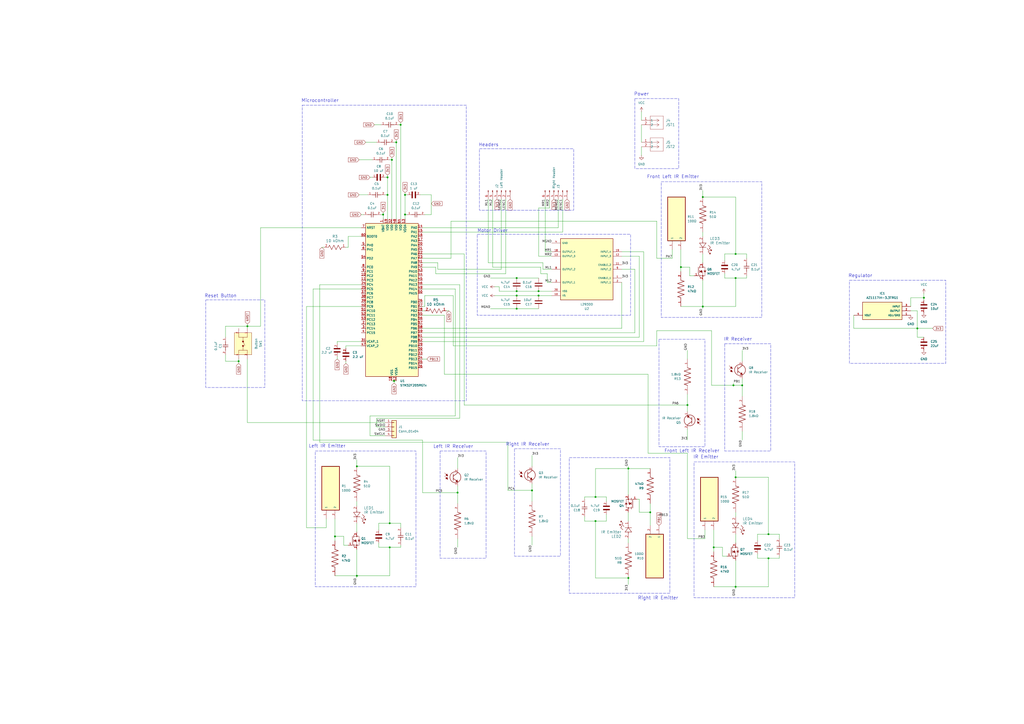
<source format=kicad_sch>
(kicad_sch (version 20250114) (generator "eeschema") (generator_version "9.0")
  (paper "A2")
  (rectangle (start 368.3 57.15) (end 393.7 97.79) (stroke (width 0) (type dash)))
  (rectangle (start 298.45 260.35) (end 325.12 322.58) (stroke (width 0) (type dash)))
  (rectangle (start 278.13 86.36) (end 332.74 121.92) (stroke (width 0) (type dash)))
  (rectangle (start 365.76 182.88) (end 276.86 135.89) (stroke (width 0) (type dash)))
  (rectangle (start 153.67 173.99) (end 119.38 224.79) (stroke (width 0) (type dash)))
  (rectangle (start 255.27 261.62) (end 281.94 323.85) (stroke (width 0) (type dash)))
  (rectangle (start 182.88 261.62) (end 241.3 340.36) (stroke (width 0) (type dash)))
  (rectangle (start 175.26 60.96) (end 270.51 232.41) (stroke (width 0) (type dash)))
  (rectangle (start 388.62 344.17) (end 330.2 265.43) (stroke (width 0) (type dash)))
  (rectangle (start 383.54 105.41) (end 441.96 184.15) (stroke (width 0) (type dash)))
  (rectangle (start 492.76 162.56) (end 548.64 210.82) (stroke (width 0) (type dash)))
  (rectangle (start 420.37 199.39) (end 447.04 261.62) (stroke (width 0) (type dash)))
  (rectangle (start 402.59 267.97) (end 461.01 346.71) (stroke (width 0) (type dash)))
  (rectangle (start 408.94 259.08) (end 382.27 196.85) (stroke (width 0) (type dash)))
  (text "Reset Button\n" (at 128.016 171.704 0) (effects (font (size 1.905 1.905))))
  (text "Front Left IR Emitter" (at 390.398 102.616 0) (effects (font (size 1.905 1.905))))
  (text "Front Left IR Receiver" (at 401.32 261.62 0) (effects (font (size 1.905 1.905))))
  (text "IR Emitter" (at 409.448 265.176 0) (effects (font (size 1.905 1.905))))
  (text "Right IR Receiver" (at 306.07 257.81 0) (effects (font (size 1.905 1.905))))
  (text "Left IR Receiver" (at 262.89 259.08 0) (effects (font (size 1.905 1.905))))
  (text "Regulator" (at 499.11 160.02 0) (effects (font (size 1.905 1.905))))
  (text "IR Receiver" (at 427.99 196.85 0) (effects (font (size 1.905 1.905))))
  (text "Left IR Emitter" (at 189.738 258.826 0) (effects (font (size 1.905 1.905))))
  (text "Motor Driver" (at 285.75 133.858 0) (effects (font (size 1.905 1.905))))
  (text "Right IR Emitter" (at 381.762 346.964 0) (effects (font (size 1.905 1.905))))
  (text "Microcontroller\n" (at 185.674 58.42 0) (effects (font (size 1.905 1.905))))
  (text "Power" (at 372.11 54.61 0) (effects (font (size 1.905 1.905))))
  (text "Headers" (at 283.464 84.074 0) (effects (font (size 1.905 1.905))))
  (junction (at 377.19 297.18))
  (junction (at 299.72 171.45))
  (junction (at 222.25 124.46))
  (junction (at 232.41 72.39))
  (junction (at 426.72 147.32))
  (junction (at 312.42 171.45))
  (junction (at 299.72 168.91))
  (junction (at 407.67 114.3))
  (junction (at 426.72 161.29))
  (junction (at 308.61 284.48))
  (junction (at 138.43 209.55))
  (junction (at 430.53 223.52))
  (junction (at 426.72 276.86))
  (junction (at 312.42 168.91))
  (junction (at 394.97 154.94))
  (junction (at 414.02 317.5))
  (junction (at 226.06 303.53))
  (junction (at 224.79 113.03))
  (junction (at 425.45 223.52))
  (junction (at 345.44 288.29))
  (junction (at 234.95 124.46))
  (junction (at 224.79 102.87))
  (junction (at 299.72 179.07))
  (junction (at 532.13 190.5))
  (junction (at 535.94 172.72))
  (junction (at 445.77 323.85))
  (junction (at 207.01 334.01))
  (junction (at 226.06 317.5))
  (junction (at 228.6 220.98))
  (junction (at 229.87 82.55))
  (junction (at 234.95 113.03))
  (junction (at 227.33 92.71))
  (junction (at 364.49 271.78))
  (junction (at 194.31 311.15))
  (junction (at 143.51 189.23))
  (junction (at 398.78 234.95))
  (junction (at 207.01 270.51))
  (junction (at 364.49 335.28))
  (junction (at 345.44 302.26))
  (junction (at 299.72 161.29))
  (junction (at 407.67 177.8))
  (junction (at 445.77 309.88))
  (junction (at 265.43 285.75))
  (junction (at 426.72 340.36))
  (wire (pts (xy 130.81 189.23) (xy 130.81 195.58)))
  (wire (pts (xy 189.23 306.07) (xy 189.23 300.99)))
  (wire (pts (xy 194.31 300.99) (xy 194.31 311.15)))
  (wire (pts (xy 285.75 154.94) (xy 285.75 115.57)))
  (wire (pts (xy 398.78 262.89) (xy 398.78 312.42)))
  (wire (pts (xy 250.19 113.03) (xy 243.84 113.03)))
  (wire (pts (xy 323.85 115.57) (xy 323.85 132.08)))
  (wire (pts (xy 290.83 156.21) (xy 254 156.21)))
  (wire (pts (xy 207.01 334.01) (xy 207.01 335.28)))
  (wire (pts (xy 495.3 190.5) (xy 532.13 190.5)))
  (wire (pts (xy 412.75 223.52) (xy 425.45 223.52)))
  (wire (pts (xy 326.39 134.62) (xy 245.11 134.62)))
  (wire (pts (xy 426.72 340.36) (xy 426.72 341.63)))
  (wire (pts (xy 425.45 223.52) (xy 430.53 223.52)))
  (wire (pts (xy 372.11 72.39) (xy 372.11 82.55)))
  (wire (pts (xy 265.43 281.94) (xy 265.43 285.75)))
  (wire (pts (xy 246.38 171.45) (xy 262.89 171.45)))
  (wire (pts (xy 226.06 317.5) (xy 232.41 317.5)))
  (wire (pts (xy 201.93 137.16) (xy 209.55 137.16)))
  (wire (pts (xy 339.09 302.26) (xy 339.09 299.72)))
  (wire (pts (xy 266.7 242.57) (xy 218.44 242.57)))
  (wire (pts (xy 227.33 91.44) (xy 227.33 92.71)))
  (wire (pts (xy 351.79 288.29) (xy 345.44 288.29)))
  (wire (pts (xy 245.11 165.1) (xy 266.7 165.1)))
  (wire (pts (xy 143.51 245.11) (xy 223.52 245.11)))
  (wire (pts (xy 218.44 247.65) (xy 223.52 247.65)))
  (wire (pts (xy 207.01 270.51) (xy 226.06 270.51)))
  (wire (pts (xy 252.73 154.94) (xy 252.73 158.75)))
  (wire (pts (xy 214.63 241.3) (xy 214.63 252.73)))
  (wire (pts (xy 420.37 161.29) (xy 426.72 161.29)))
  (wire (pts (xy 372.11 64.77) (xy 372.11 69.85)))
  (wire (pts (xy 138.43 209.55) (xy 138.43 208.28)))
  (wire (pts (xy 320.04 168.91) (xy 312.42 168.91)))
  (wire (pts (xy 245.11 180.34) (xy 246.38 180.34)))
  (wire (pts (xy 269.24 234.95) (xy 269.24 147.32)))
  (wire (pts (xy 245.11 285.75) (xy 265.43 285.75)))
  (wire (pts (xy 426.72 309.88) (xy 426.72 314.96)))
  (wire (pts (xy 323.85 132.08) (xy 245.11 132.08)))
  (wire (pts (xy 245.11 167.64) (xy 264.16 167.64)))
  (wire (pts (xy 222.25 123.19) (xy 222.25 124.46)))
  (wire (pts (xy 245.11 149.86) (xy 261.62 149.86)))
  (wire (pts (xy 220.98 124.46) (xy 222.25 124.46)))
  (wire (pts (xy 290.83 115.57) (xy 290.83 156.21)))
  (wire (pts (xy 232.41 317.5) (xy 232.41 316.23)))
  (wire (pts (xy 433.07 161.29) (xy 433.07 160.02)))
  (wire (pts (xy 177.8 177.8) (xy 209.55 177.8)))
  (wire (pts (xy 407.67 162.56) (xy 407.67 177.8)))
  (wire (pts (xy 177.8 177.8) (xy 177.8 306.07)))
  (wire (pts (xy 254 152.4) (xy 245.11 152.4)))
  (wire (pts (xy 293.37 158.75) (xy 293.37 115.57)))
  (wire (pts (xy 219.71 303.53) (xy 226.06 303.53)))
  (wire (pts (xy 226.06 303.53) (xy 232.41 303.53)))
  (wire (pts (xy 430.53 223.52) (xy 430.53 229.87)))
  (wire (pts (xy 224.79 101.6) (xy 224.79 102.87)))
  (wire (pts (xy 313.69 154.94) (xy 285.75 154.94)))
  (wire (pts (xy 223.52 113.03) (xy 224.79 113.03)))
  (wire (pts (xy 430.53 250.19) (xy 430.53 255.27)))
  (wire (pts (xy 439.42 321.31) (xy 439.42 323.85)))
  (wire (pts (xy 420.37 151.13) (xy 420.37 147.32)))
  (wire (pts (xy 345.44 302.26) (xy 339.09 302.26)))
  (wire (pts (xy 308.61 311.15) (xy 308.61 316.23)))
  (wire (pts (xy 308.61 280.67) (xy 308.61 284.48)))
  (wire (pts (xy 151.13 189.23) (xy 151.13 132.08)))
  (wire (pts (xy 245.11 285.75) (xy 245.11 255.27)))
  (wire (pts (xy 351.79 290.83) (xy 351.79 288.29)))
  (wire (pts (xy 265.43 285.75) (xy 265.43 292.1)))
  (wire (pts (xy 419.1 322.58) (xy 421.64 322.58)))
  (wire (pts (xy 245.11 177.8) (xy 246.38 177.8)))
  (wire (pts (xy 229.87 82.55) (xy 229.87 127)))
  (wire (pts (xy 375.92 217.17) (xy 375.92 262.89)))
  (wire (pts (xy 398.78 255.27) (xy 398.78 248.92)))
  (wire (pts (xy 360.68 190.5) (xy 360.68 163.83)))
  (wire (pts (xy 445.77 309.88) (xy 452.12 309.88)))
  (wire (pts (xy 364.49 271.78) (xy 364.49 270.51)))
  (wire (pts (xy 312.42 171.45) (xy 299.72 171.45)))
  (wire (pts (xy 209.55 198.12) (xy 195.58 198.12)))
  (wire (pts (xy 143.51 187.96) (xy 143.51 189.23)))
  (wire (pts (xy 373.38 198.12) (xy 245.11 198.12)))
  (wire (pts (xy 370.84 148.59) (xy 360.68 148.59)))
  (wire (pts (xy 425.45 223.52) (xy 425.45 222.25)))
  (wire (pts (xy 246.38 124.46) (xy 250.19 124.46)))
  (wire (pts (xy 420.37 158.75) (xy 420.37 161.29)))
  (wire (pts (xy 377.19 304.8) (xy 377.19 297.18)))
  (wire (pts (xy 207.01 303.53) (xy 207.01 308.61)))
  (wire (pts (xy 246.38 177.8) (xy 246.38 171.45)))
  (wire (pts (xy 314.96 152.4) (xy 314.96 156.21)))
  (wire (pts (xy 138.43 209.55) (xy 138.43 210.82)))
  (wire (pts (xy 185.42 165.1) (xy 209.55 165.1)))
  (wire (pts (xy 262.89 171.45) (xy 262.89 200.66)))
  (wire (pts (xy 370.84 289.56) (xy 369.57 289.56)))
  (wire (pts (xy 400.05 160.02) (xy 402.59 160.02)))
  (wire (pts (xy 130.81 209.55) (xy 138.43 209.55)))
  (wire (pts (xy 217.17 72.39) (xy 220.98 72.39)))
  (wire (pts (xy 414.02 307.34) (xy 414.02 317.5)))
  (wire (pts (xy 320.04 171.45) (xy 312.42 171.45)))
  (wire (pts (xy 299.72 161.29) (xy 284.48 161.29)))
  (wire (pts (xy 317.5 163.83) (xy 317.5 158.75)))
  (wire (pts (xy 426.72 325.12) (xy 426.72 340.36)))
  (wire (pts (xy 234.95 113.03) (xy 234.95 124.46)))
  (wire (pts (xy 430.53 219.71) (xy 430.53 223.52)))
  (wire (pts (xy 368.3 193.04) (xy 245.11 193.04)))
  (wire (pts (xy 381 191.77) (xy 412.75 191.77)))
  (wire (pts (xy 535.94 172.72) (xy 535.94 170.18)))
  (wire (pts (xy 412.75 191.77) (xy 412.75 223.52)))
  (wire (pts (xy 426.72 147.32) (xy 433.07 147.32)))
  (wire (pts (xy 377.19 297.18) (xy 370.84 297.18)))
  (wire (pts (xy 262.89 200.66) (xy 381 200.66)))
  (wire (pts (xy 231.14 72.39) (xy 232.41 72.39)))
  (wire (pts (xy 398.78 234.95) (xy 398.78 228.6)))
  (wire (pts (xy 209.55 124.46) (xy 210.82 124.46)))
  (wire (pts (xy 228.6 220.98) (xy 229.87 220.98)))
  (wire (pts (xy 495.3 182.88) (xy 495.3 190.5)))
  (wire (pts (xy 351.79 298.45) (xy 351.79 302.26)))
  (wire (pts (xy 294.64 284.48) (xy 308.61 284.48)))
  (wire (pts (xy 370.84 297.18) (xy 370.84 289.56)))
  (wire (pts (xy 351.79 302.26) (xy 345.44 302.26)))
  (wire (pts (xy 398.78 208.28) (xy 398.78 203.2)))
  (wire (pts (xy 318.77 120.65) (xy 318.77 115.57)))
  (wire (pts (xy 200.66 143.51) (xy 201.93 143.51)))
  (wire (pts (xy 445.77 323.85) (xy 452.12 323.85)))
  (wire (pts (xy 368.3 156.21) (xy 368.3 193.04)))
  (wire (pts (xy 370.84 195.58) (xy 370.84 148.59)))
  (wire (pts (xy 345.44 271.78) (xy 345.44 288.29)))
  (wire (pts (xy 326.39 115.57) (xy 326.39 134.62)))
  (wire (pts (xy 364.49 287.02) (xy 364.49 271.78)))
  (wire (pts (xy 207.01 290.83) (xy 207.01 293.37)))
  (wire (pts (xy 389.89 149.86) (xy 389.89 144.78)))
  (wire (pts (xy 232.41 71.12) (xy 232.41 72.39)))
  (wire (pts (xy 528.32 172.72) (xy 535.94 172.72)))
  (wire (pts (xy 232.41 72.39) (xy 232.41 127)))
  (wire (pts (xy 360.68 156.21) (xy 368.3 156.21)))
  (wire (pts (xy 226.06 270.51) (xy 226.06 303.53)))
  (wire (pts (xy 218.44 242.57) (xy 218.44 247.65)))
  (wire (pts (xy 452.12 323.85) (xy 452.12 322.58)))
  (wire (pts (xy 195.58 198.12) (xy 195.58 199.39)))
  (wire (pts (xy 320.04 148.59) (xy 312.42 148.59)))
  (wire (pts (xy 226.06 334.01) (xy 226.06 317.5)))
  (wire (pts (xy 227.33 92.71) (xy 227.33 127)))
  (wire (pts (xy 265.43 312.42) (xy 265.43 317.5)))
  (wire (pts (xy 439.42 309.88) (xy 445.77 309.88)))
  (wire (pts (xy 439.42 313.69) (xy 439.42 309.88)))
  (wire (pts (xy 381 128.27) (xy 381 149.86)))
  (wire (pts (xy 229.87 81.28) (xy 229.87 82.55)))
  (wire (pts (xy 532.13 190.5) (xy 541.02 190.5)))
  (wire (pts (xy 400.05 154.94) (xy 400.05 160.02)))
  (wire (pts (xy 345.44 335.28) (xy 345.44 302.26)))
  (wire (pts (xy 430.53 203.2) (xy 430.53 209.55)))
  (wire (pts (xy 364.49 271.78) (xy 345.44 271.78)))
  (wire (pts (xy 259.08 180.34) (xy 260.35 180.34)))
  (wire (pts (xy 245.11 182.88) (xy 257.81 182.88)))
  (wire (pts (xy 420.37 147.32) (xy 426.72 147.32)))
  (wire (pts (xy 535.94 172.72) (xy 535.94 173.99)))
  (wire (pts (xy 234.95 124.46) (xy 234.95 127)))
  (wire (pts (xy 269.24 147.32) (xy 245.11 147.32)))
  (wire (pts (xy 452.12 309.88) (xy 452.12 312.42)))
  (wire (pts (xy 289.56 168.91) (xy 289.56 166.37)))
  (wire (pts (xy 143.51 189.23) (xy 130.81 189.23)))
  (wire (pts (xy 313.69 158.75) (xy 317.5 158.75)))
  (wire (pts (xy 394.97 144.78) (xy 394.97 154.94)))
  (wire (pts (xy 407.67 114.3) (xy 426.72 114.3)))
  (wire (pts (xy 433.07 147.32) (xy 433.07 149.86)))
  (wire (pts (xy 314.96 156.21) (xy 320.04 156.21)))
  (wire (pts (xy 223.52 102.87) (xy 224.79 102.87)))
  (wire (pts (xy 308.61 264.16) (xy 308.61 270.51)))
  (wire (pts (xy 289.56 166.37) (xy 287.02 166.37)))
  (wire (pts (xy 364.49 314.96) (xy 364.49 312.42)))
  (wire (pts (xy 312.42 161.29) (xy 299.72 161.29)))
  (wire (pts (xy 214.63 102.87) (xy 215.9 102.87)))
  (wire (pts (xy 308.61 284.48) (xy 308.61 290.83)))
  (wire (pts (xy 299.72 179.07) (xy 284.48 179.07)))
  (wire (pts (xy 364.49 339.09) (xy 364.49 335.28)))
  (wire (pts (xy 207.01 266.7) (xy 207.01 270.51)))
  (wire (pts (xy 207.01 318.77) (xy 207.01 334.01)))
  (wire (pts (xy 224.79 113.03) (xy 224.79 127)))
  (wire (pts (xy 228.6 220.98) (xy 228.6 222.25)))
  (wire (pts (xy 212.09 82.55) (xy 218.44 82.55)))
  (wire (pts (xy 181.61 255.27) (xy 181.61 167.64)))
  (wire (pts (xy 250.19 113.03) (xy 250.19 124.46)))
  (wire (pts (xy 261.62 128.27) (xy 381 128.27)))
  (wire (pts (xy 320.04 163.83) (xy 317.5 163.83)))
  (wire (pts (xy 265.43 265.43) (xy 265.43 271.78)))
  (wire (pts (xy 372.11 85.09) (xy 372.11 90.17)))
  (wire (pts (xy 445.77 340.36) (xy 445.77 323.85)))
  (wire (pts (xy 261.62 149.86) (xy 261.62 128.27)))
  (wire (pts (xy 394.97 154.94) (xy 394.97 157.48)))
  (wire (pts (xy 345.44 288.29) (xy 339.09 288.29)))
  (wire (pts (xy 200.66 200.66) (xy 200.66 201.93)))
  (wire (pts (xy 407.67 177.8) (xy 426.72 177.8)))
  (wire (pts (xy 532.13 190.5) (xy 532.13 195.58)))
  (wire (pts (xy 528.32 180.34) (xy 532.13 180.34)))
  (wire (pts (xy 189.23 306.07) (xy 177.8 306.07)))
  (wire (pts (xy 151.13 132.08) (xy 209.55 132.08)))
  (wire (pts (xy 234.95 124.46) (xy 236.22 124.46)))
  (wire (pts (xy 414.02 340.36) (xy 426.72 340.36)))
  (wire (pts (xy 269.24 234.95) (xy 398.78 234.95)))
  (wire (pts (xy 185.42 256.54) (xy 185.42 165.1)))
  (wire (pts (xy 195.58 207.01) (xy 195.58 208.28)))
  (wire (pts (xy 245.11 208.28) (xy 247.65 208.28)))
  (wire (pts (xy 426.72 276.86) (xy 445.77 276.86)))
  (wire (pts (xy 313.69 154.94) (xy 313.69 158.75)))
  (wire (pts (xy 200.66 209.55) (xy 200.66 210.82)))
  (wire (pts (xy 426.72 114.3) (xy 426.72 147.32)))
  (wire (pts (xy 439.42 323.85) (xy 445.77 323.85)))
  (wire (pts (xy 143.51 208.28) (xy 143.51 245.11)))
  (wire (pts (xy 199.39 316.23) (xy 201.93 316.23)))
  (wire (pts (xy 419.1 317.5) (xy 419.1 322.58)))
  (wire (pts (xy 208.28 92.71) (xy 215.9 92.71)))
  (wire (pts (xy 414.02 317.5) (xy 419.1 317.5)))
  (wire (pts (xy 214.63 252.73) (xy 223.52 252.73)))
  (wire (pts (xy 257.81 217.17) (xy 375.92 217.17)))
  (wire (pts (xy 245.11 255.27) (xy 181.61 255.27)))
  (wire (pts (xy 528.32 177.8) (xy 528.32 172.72)))
  (wire (pts (xy 445.77 276.86) (xy 445.77 309.88)))
  (wire (pts (xy 375.92 262.89) (xy 398.78 262.89)))
  (wire (pts (xy 414.02 317.5) (xy 414.02 320.04)))
  (wire (pts (xy 208.28 113.03) (xy 213.36 113.03)))
  (wire (pts (xy 381 149.86) (xy 389.89 149.86)))
  (wire (pts (xy 364.49 302.26) (xy 364.49 297.18)))
  (wire (pts (xy 199.39 311.15) (xy 199.39 316.23)))
  (wire (pts (xy 245.11 190.5) (xy 360.68 190.5)))
  (wire (pts (xy 426.72 297.18) (xy 426.72 299.72)))
  (wire (pts (xy 245.11 195.58) (xy 370.84 195.58)))
  (wire (pts (xy 254 156.21) (xy 254 152.4)))
  (wire (pts (xy 299.72 171.45) (xy 287.02 171.45)))
  (wire (pts (xy 143.51 189.23) (xy 143.51 190.5)))
  (wire (pts (xy 224.79 102.87) (xy 224.79 113.03)))
  (wire (pts (xy 201.93 143.51) (xy 201.93 137.16)))
  (wire (pts (xy 426.72 273.05) (xy 426.72 276.86)))
  (wire (pts (xy 181.61 167.64) (xy 209.55 167.64)))
  (wire (pts (xy 407.67 110.49) (xy 407.67 114.3)))
  (wire (pts (xy 245.11 154.94) (xy 252.73 154.94)))
  (wire (pts (xy 252.73 158.75) (xy 293.37 158.75)))
  (wire (pts (xy 234.95 113.03) (xy 236.22 113.03)))
  (wire (pts (xy 186.69 143.51) (xy 187.96 143.51)))
  (wire (pts (xy 360.68 146.05) (xy 373.38 146.05)))
  (wire (pts (xy 312.42 179.07) (xy 299.72 179.07)))
  (wire (pts (xy 312.42 148.59) (xy 312.42 120.65)))
  (wire (pts (xy 294.64 284.48) (xy 294.64 256.54)))
  (wire (pts (xy 207.01 334.01) (xy 226.06 334.01)))
  (wire (pts (xy 426.72 161.29) (xy 433.07 161.29)))
  (wire (pts (xy 209.55 200.66) (xy 200.66 200.66)))
  (wire (pts (xy 408.94 312.42) (xy 408.94 307.34)))
  (wire (pts (xy 194.31 334.01) (xy 207.01 334.01)))
  (wire (pts (xy 364.49 335.28) (xy 345.44 335.28)))
  (wire (pts (xy 339.09 288.29) (xy 339.09 289.56)))
  (wire (pts (xy 234.95 111.76) (xy 234.95 113.03)))
  (wire (pts (xy 314.96 152.4) (xy 283.21 152.4)))
  (wire (pts (xy 426.72 177.8) (xy 426.72 161.29)))
  (wire (pts (xy 194.31 311.15) (xy 194.31 313.69)))
  (wire (pts (xy 320.04 146.05) (xy 316.23 146.05)))
  (wire (pts (xy 283.21 152.4) (xy 283.21 115.57)))
  (wire (pts (xy 377.19 297.18) (xy 377.19 292.1)))
  (wire (pts (xy 257.81 182.88) (xy 257.81 217.17)))
  (wire (pts (xy 264.16 167.64) (xy 264.16 241.3)))
  (wire (pts (xy 294.64 256.54) (xy 185.42 256.54)))
  (wire (pts (xy 394.97 154.94) (xy 400.05 154.94)))
  (wire (pts (xy 266.7 165.1) (xy 266.7 242.57)))
  (wire (pts (xy 398.78 312.42) (xy 408.94 312.42)))
  (wire (pts (xy 194.31 311.15) (xy 199.39 311.15)))
  (wire (pts (xy 377.19 271.78) (xy 364.49 271.78)))
  (wire (pts (xy 299.72 168.91) (xy 289.56 168.91)))
  (wire (pts (xy 227.33 220.98) (xy 228.6 220.98)))
  (wire (pts (xy 222.25 124.46) (xy 222.25 127)))
  (wire (pts (xy 226.06 92.71) (xy 227.33 92.71)))
  (wire (pts (xy 130.81 205.74) (xy 130.81 209.55)))
  (wire (pts (xy 381 200.66) (xy 381 191.77)))
  (wire (pts (xy 219.71 307.34) (xy 219.71 303.53)))
  (wire (pts (xy 316.23 146.05) (xy 316.23 115.57)))
  (wire (pts (xy 398.78 238.76) (xy 398.78 234.95)))
  (wire (pts (xy 312.42 120.65) (xy 318.77 120.65)))
  (wire (pts (xy 373.38 146.05) (xy 373.38 198.12)))
  (wire (pts (xy 407.67 177.8) (xy 407.67 179.07)))
  (wire (pts (xy 143.51 189.23) (xy 151.13 189.23)))
  (wire (pts (xy 228.6 82.55) (xy 229.87 82.55)))
  (wire (pts (xy 264.16 241.3) (xy 214.63 241.3)))
  (wire (pts (xy 532.13 180.34) (xy 532.13 190.5)))
  (wire (pts (xy 426.72 340.36) (xy 445.77 340.36)))
  (wire (pts (xy 312.42 168.91) (xy 299.72 168.91)))
  (wire (pts (xy 232.41 303.53) (xy 232.41 306.07)))
  (wire (pts (xy 219.71 314.96) (xy 219.71 317.5)))
  (wire (pts (xy 219.71 317.5) (xy 226.06 317.5)))
  (wire (pts (xy 394.97 177.8) (xy 407.67 177.8)))
  (wire (pts (xy 407.67 134.62) (xy 407.67 137.16)))
  (wire (pts (xy 407.67 147.32) (xy 407.67 152.4)))
  (wire (pts (xy 532.13 195.58) (xy 535.94 195.58)))
  (label "MGND" (at 284.48 179.07 180))
  (label "MR2" (at 318.77 115.57 270))
  (label "MR1" (at 316.23 115.57 270))
  (label "ML2" (at 320.04 163.83 180))
  (label "SWDIO" (at 223.52 247.65 180))
  (label "PB3" (at 408.94 312.42 180))
  (label "LENC1" (at 293.37 115.57 270))
  (label "PC4" (at 294.64 284.48 0))
  (label "ML1" (at 283.21 115.57 270))
  (label "PA6" (at 393.7 234.95 180))
  (label "NSRT" (at 223.52 245.11 180))
  (label "3V3" (at 265.43 265.43 0))
  (label "3V3" (at 360.68 161.29 0))
  (label "PB13" (at 382.27 299.72 0))
  (label "RENC2" (at 323.85 115.57 270))
  (label "3V3" (at 207.01 266.7 90))
  (label "3V3" (at 426.72 273.05 90))
  (label "RENC1" (at 326.39 115.57 270))
  (label "GND" (at 398.78 203.2 90))
  (label "3V3" (at 407.67 110.49 90))
  (label "GND" (at 284.48 161.29 180))
  (label "MR1" (at 320.04 146.05 180))
  (label "GND" (at 207.01 335.28 270))
  (label "GND" (at 265.43 317.5 270))
  (label "LENC2" (at 290.83 115.57 270))
  (label "MR2" (at 320.04 148.59 180))
  (label "3V3" (at 360.68 153.67 0))
  (label "MGND" (at 320.04 140.97 180))
  (label "PC5" (at 252.73 285.75 0))
  (label "GND" (at 364.49 270.51 90))
  (label "GND" (at 223.52 250.19 180))
  (label "ML1" (at 320.04 156.21 180))
  (label "3V3" (at 398.78 255.27 180))
  (label "GND" (at 407.67 179.07 270))
  (label "SWCLK" (at 223.52 252.73 180))
  (label "GND" (at 430.53 255.27 270))
  (label "ML2" (at 285.75 115.57 270))
  (label "GND" (at 308.61 316.23 270))
  (label "3V3" (at 430.53 203.2 0))
  (label "3V3" (at 308.61 264.16 0))
  (label "GND" (at 426.72 341.63 270))
  (label "PA7" (at 389.89 149.86 180))
  (label "3V3" (at 364.49 339.09 270))
  (label "PB1" (at 425.45 222.25 0))
  (global_label "GND" (shape input) (at 295.91 115.57 270) (property "Intersheetrefs" "${INTERSHEET_REFS}" (effects (hide yes))))
  (global_label "3V3" (shape input) (at 227.33 91.44 90) (property "Intersheetrefs" "${INTERSHEET_REFS}" (effects (hide yes))))
  (global_label "GND" (shape input) (at 208.28 92.71 180) (property "Intersheetrefs" "${INTERSHEET_REFS}" (effects (hide yes))))
  (global_label "GND" (shape input) (at 328.93 115.57 270) (property "Intersheetrefs" "${INTERSHEET_REFS}" (effects (hide yes))))
  (global_label "GND" (shape input) (at 138.43 210.82 270) (property "Intersheetrefs" "${INTERSHEET_REFS}" (effects (hide yes))))
  (global_label "GND" (shape input) (at 200.66 210.82 270) (property "Intersheetrefs" "${INTERSHEET_REFS}" (effects (hide yes))))
  (global_label "3V3" (shape input) (at 224.79 101.6 90) (property "Intersheetrefs" "${INTERSHEET_REFS}" (effects (hide yes))))
  (global_label "GND" (shape input) (at 186.69 143.51 270) (property "Intersheetrefs" "${INTERSHEET_REFS}" (effects (hide yes))))
  (global_label "3V3" (shape input) (at 234.95 111.76 90) (property "Intersheetrefs" "${INTERSHEET_REFS}" (effects (hide yes))))
  (global_label "GND" (shape input) (at 209.55 124.46 180) (property "Intersheetrefs" "${INTERSHEET_REFS}" (effects (hide yes))))
  (global_label "GND" (shape input) (at 260.35 180.34 270) (property "Intersheetrefs" "${INTERSHEET_REFS}" (effects (hide yes))))
  (global_label "3V3" (shape input) (at 229.87 81.28 90) (property "Intersheetrefs" "${INTERSHEET_REFS}" (effects (hide yes))))
  (global_label "GND" (shape input) (at 217.17 72.39 180) (property "Intersheetrefs" "${INTERSHEET_REFS}" (effects (hide yes))))
  (global_label "3V3" (shape input) (at 222.25 123.19 90) (property "Intersheetrefs" "${INTERSHEET_REFS}" (effects (hide yes))))
  (global_label "GND" (shape input) (at 228.6 222.25 270) (property "Intersheetrefs" "${INTERSHEET_REFS}" (effects (hide yes))))
  (global_label "GND" (shape input) (at 250.19 118.11 0) (property "Intersheetrefs" "${INTERSHEET_REFS}" (effects (hide yes))))
  (global_label "3V3" (shape input) (at 541.02 190.5 0) (property "Intersheetrefs" "${INTERSHEET_REFS}" (effects (hide yes))))
  (global_label "3V3" (shape input) (at 321.31 115.57 270) (property "Intersheetrefs" "${INTERSHEET_REFS}" (effects (hide yes))))
  (global_label "3V3" (shape input) (at 232.41 71.12 90) (property "Intersheetrefs" "${INTERSHEET_REFS}" (effects (hide yes))))
  (global_label "NRST" (shape input) (at 143.51 187.96 90) (property "Intersheetrefs" "${INTERSHEET_REFS}" (effects (hide yes))))
  (global_label "PB13" (shape input) (at 247.65 208.28 0) (property "Intersheetrefs" "${INTERSHEET_REFS}" (effects (hide yes))))
  (global_label "GND" (shape input) (at 195.58 208.28 270) (property "Intersheetrefs" "${INTERSHEET_REFS}" (effects (hide yes))))
  (global_label "PB13" (shape input) (at 382.27 304.8 90) (property "Intersheetrefs" "${INTERSHEET_REFS}" (effects (hide yes))))
  (global_label "GND" (shape input) (at 214.63 102.87 180) (property "Intersheetrefs" "${INTERSHEET_REFS}" (effects (hide yes))))
  (global_label "GND" (shape input) (at 212.09 82.55 180) (property "Intersheetrefs" "${INTERSHEET_REFS}" (effects (hide yes))))
  (global_label "GND" (shape input) (at 208.28 113.03 180) (property "Intersheetrefs" "${INTERSHEET_REFS}" (effects (hide yes))))
  (global_label "3V3" (shape input) (at 288.29 115.57 270) (property "Intersheetrefs" "${INTERSHEET_REFS}" (effects (hide yes))))
  (symbol (lib_id "LED_IR_Emitter_INL-5AMIR15:INL-5AMIR15") (at 364.49 312.42 90) (unit 1)
    (property "Reference" "LED2" (at 360.426 311.15 90) (effects (font (size 1.524 1.524)) (justify left)))
    (property "Value" "IR Emitter" (at 360.426 308.61 90) (effects (font (size 1.524 1.524)) (justify left)))
    (property "Footprint" "INL-5AMIR15:LED_INL-5AMIR15_INO" (effects (hide yes)))
    (property "Datasheet" "INL-5AMIR15" (effects (hide yes)))
  )
  (symbol (lib_id "Device:C") (at 299.72 175.26 180) (unit 1)
    (property "Reference" "C15" (at 295.91 176.5301 0) (effects (justify left)))
    (property "Value" "4.7uF" (at 295.91 173.9901 0) (effects (justify left)))
    (property "Description" "Unpolarized capacitor" (effects (hide yes)))
  )
  (symbol (lib_id "Button_FSM4JSMA:FSM4JSMA") (at 140.97 200.66 270) (unit 1)
    (property "Reference" "SW1" (at 151.13 199.39 0))
    (property "Value" "Button" (at 148.59 199.39 0))
    (property "Footprint" "Button_FP_FSM4JSMA:TE_FSM4JSMA" (effects (hide yes)))
    (property "PARTREV" "V" (effects (hide yes)))
    (property "STANDARD" "Manufacturers  recommendations" (effects (hide yes)))
    (property "MANUFACTURER" "TE Connectivity / Alcoswitch" (effects (hide yes)))
  )
  (symbol (lib_id "Capacitor0.1u_C0805C104K5RACTU:C0805C104K5RACTU") (at 128.27 195.58 0) (unit 1)
    (property "Reference" "C1" (at 127.762 200.66 90))
    (property "Value" "0.1uF" (at 125.222 200.66 90))
    (property "Footprint" "C0805C104K5RACTU:CAPC2012X88N" (effects (hide yes)))
  )
  (symbol (lib_id "10uF_Capacitor_GRM188R61C106MAALD:GRM188R61C106MAALD") (at 200.66 207.01 90) (unit 1)
    (property "Reference" "C3" (at 204.47 204.4699 90) (effects (justify right)))
    (property "Value" "2.2 uF" (at 204.47 207.0099 90) (effects (justify right)))
    (property "Footprint" "10uF_Capacitor_FP_GRM188R61C106MAALD:CAPC1608X95N" (effects (hide yes)))
  )
  (symbol (lib_id "MCU_ST_STM32F2:STM32F205RGTx") (at 227.33 175.26 0) (unit 1)
    (property "Reference" "U1" (at 232.0641 220.98 0) (effects (justify left)))
    (property "Value" "STM32F205RGTx" (at 232.0641 223.52 0) (effects (justify left)))
    (property "Footprint" "Package_QFP:LQFP-64_10x10mm_P0.5mm" (effects (hide yes)))
    (property "Datasheet" "https://www.st.com/resource/en/datasheet/stm32f205rg.pdf" (effects (hide yes)))
    (property "Description" "STMicroelectronics Arm Cortex-M3 MCU, 1024KB flash, 128KB RAM, 120 MHz, 1.8-3.6V, 51 GPIO, LQFP64" (effects (hide yes)))
  )
  (symbol (lib_id "Resistor51_RC0805FR-0751RL:RC0805FR-0751RL") (at 207.01 280.67 90) (unit 1)
    (property "Reference" "R4" (at 210.82 279.3999 90) (effects (justify right)))
    (property "Value" "51Ω" (at 210.82 281.9399 90) (effects (justify right)))
    (property "Footprint" "RC0805FR-0751RL:RESC2012X60N" (effects (hide yes)))
  )
  (symbol (lib_id "Capacitor0.1u_C0805C104K5RACTU:C0805C104K5RACTU") (at 234.95 316.23 180) (unit 1)
    (property "Reference" "C11" (at 234.95 309.8799 0) (effects (justify right)))
    (property "Value" "0.1uF" (at 234.95 312.4199 0) (effects (justify right)))
    (property "Footprint" "C0805C104K5RACTU:CAPC2012X88N" (effects (hide yes)))
  )
  (symbol (lib_id "Resistor100_ERA-6AEB101V:ERA-6AEB101V") (at 411.48 289.56 90) (unit 1)
    (property "Reference" "R15" (at 417.83 288.2899 90) (effects (justify right)))
    (property "Value" "100Ω" (at 417.83 290.8299 90) (effects (justify right)))
    (property "Footprint" "ERA-6AEB101V:RESC2012X60N" (effects (hide yes)))
  )
  (symbol (lib_id "Connector:Conn_01x06_Pin") (at 323.85 110.49 270) (unit 1)
    (property "Reference" "J3" (at 323.85 108.204 0))
    (property "Value" "Right Header" (at 321.31 103.124 0))
    (property "Description" "Generic connector, single row, 01x06, script generated" (effects (hide yes)))
  )
  (symbol (lib_id "Resistor47k_ERA_6AEB473V:ERA6AEB473V") (at 194.31 323.85 90) (unit 1)
    (property "Reference" "R2" (at 198.12 322.5799 90) (effects (justify right)))
    (property "Value" "47kΩ" (at 198.12 325.1199 90) (effects (justify right)))
    (property "Footprint" "ERA6AEB473V:RES_ERA6AEB473V" (effects (hide yes)))
    (property "PARTREV" "3/1/2020" (effects (hide yes)))
    (property "STANDARD" "Manufacturer Recommendations" (effects (hide yes)))
    (property "MAXIMUM_PACKAGE_HEIGHT" "0.6 mm" (effects (hide yes)))
    (property "MANUFACTURER" "Panasonic" (effects (hide yes)))
  )
  (symbol (lib_id "Capacitor0.1u_C0805C104K5RACTU:C0805C104K5RACTU") (at 336.55 289.56 0) (unit 1)
    (property "Reference" "C18" (at 336.55 295.9101 0) (effects (justify right)))
    (property "Value" "0.1uF" (at 336.55 293.3701 0) (effects (justify right)))
    (property "Footprint" "C0805C104K5RACTU:CAPC2012X88N" (effects (hide yes)))
  )
  (symbol (lib_id "LED_IR_Emitter_INL-5AMIR15:INL-5AMIR15") (at 407.67 137.16 270) (unit 1)
    (property "Reference" "LED3" (at 411.734 138.43 90) (effects (font (size 1.524 1.524)) (justify left)))
    (property "Value" "IR Emitter" (at 411.734 140.97 90) (effects (font (size 1.524 1.524)) (justify left)))
    (property "Footprint" "INL-5AMIR15:LED_INL-5AMIR15_INO" (effects (hide yes)))
    (property "Datasheet" "INL-5AMIR15" (effects (hide yes)))
  )
  (symbol (lib_id "Capacitor4.7u_C2012X7R1C475K125AE:C2012X7R1C475K125AE") (at 219.71 309.88 270) (unit 1)
    (property "Reference" "C9" (at 223.52 309.8799 90) (effects (justify left)))
    (property "Value" "4.7uF" (at 223.52 312.4199 90) (effects (justify left)))
    (property "Footprint" "C2012X7R1C475K125AE:CAPC2012X150N" (effects (hide yes)))
    (property "DigiKey_Part_Number" "445-8893-1-ND" (effects (hide yes)))
    (property "SnapEDA_Link" "https://www.snapeda.com/parts/C2012X7R1C475K125AE/TDK/view-part/?ref=snap" (effects (hide yes)))
    (property "Description_1" "4.7 µF ±10% 16V Ceramic Capacitor X7R 0805 (2012 Metric)" (effects (hide yes)))
    (property "MF" "TDK" (effects (hide yes)))
    (property "Package" "2012 TDK" (effects (hide yes)))
    (property "Check_prices" "https://www.snapeda.com/parts/C2012X7R1C475K125AE/TDK/view-part/?ref=eda" (effects (hide yes)))
    (property "MP" "C2012X7R1C475K125AE" (effects (hide yes)))
  )
  (symbol (lib_id "LED_IR_Emitter_INL-5AMIR15:INL-5AMIR15") (at 207.01 293.37 270) (unit 1)
    (property "Reference" "LED1" (at 211.074 294.64 90) (effects (font (size 1.524 1.524)) (justify left)))
    (property "Value" "IR Emitter" (at 211.074 297.18 90) (effects (font (size 1.524 1.524)) (justify left)))
    (property "Footprint" "INL-5AMIR15:LED_INL-5AMIR15_INO" (effects (hide yes)))
    (property "Datasheet" "INL-5AMIR15" (effects (hide yes)))
  )
  (symbol (lib_id "Device:C") (at 312.42 165.1 180) (unit 1)
    (property "Reference" "C16" (at 308.61 166.3701 0) (effects (justify left)))
    (property "Value" "0.1uF" (at 308.61 163.8301 0) (effects (justify left)))
    (property "Description" "Unpolarized capacitor" (effects (hide yes)))
  )
  (symbol (lib_id "51Ohm_Resistor:RK73B1JTTD510J") (at 259.08 180.34 180) (unit 1)
    (property "Reference" "R5" (at 252.73 173.99 0) (effects (font (size 1.524 1.524))))
    (property "Value" "10 kOhm" (at 252.73 176.53 0) (effects (font (size 1.524 1.524))))
    (property "Footprint" "51Ohm_Resistor_FP:RES_RK73B_1J_KOA" (effects (hide yes)))
    (property "Datasheet" "RK73B1JTTD510J" (effects (hide yes)))
  )
  (symbol (lib_id "10uF_Capacitor_GRM188R61C106MAALD:GRM188R61C106MAALD") (at 238.76 113.03 0) (unit 1)
    (property "Reference" "C13" (at 240.03 106.68 0))
    (property "Value" "1 uF" (at 240.03 109.22 0))
    (property "Footprint" "10uF_Capacitor_FP_GRM188R61C106MAALD:CAPC1608X95N" (effects (hide yes)))
  )
  (symbol (lib_id "Resistor47k_ERA_6AEB473V:ERA6AEB473V") (at 394.97 167.64 90) (unit 1)
    (property "Reference" "R12" (at 398.78 166.3699 90) (effects (justify right)))
    (property "Value" "47kΩ" (at 398.78 168.9099 90) (effects (justify right)))
    (property "Footprint" "ERA6AEB473V:RES_ERA6AEB473V" (effects (hide yes)))
    (property "PARTREV" "3/1/2020" (effects (hide yes)))
    (property "STANDARD" "Manufacturer Recommendations" (effects (hide yes)))
    (property "MAXIMUM_PACKAGE_HEIGHT" "0.6 mm" (effects (hide yes)))
    (property "MANUFACTURER" "Panasonic" (effects (hide yes)))
  )
  (symbol (lib_id "Resistor1.8k_RMCF0805JT1K80:RMCF0805JT1K80") (at 430.53 240.03 90) (unit 1)
    (property "Reference" "R18" (at 434.34 238.7599 90) (effects (justify right)))
    (property "Value" "1.8kΩ" (at 434.34 241.2999 90) (effects (justify right)))
    (property "Footprint" "RMCF0805JT1K80:RESC2012X65N" (effects (hide yes)))
    (property "DigiKey_Part_Number" "RMCF0805JT1K80CT-ND" (effects (hide yes)))
    (property "SnapEDA_Link" "https://www.snapeda.com/parts/RMCF0805JT1K80/Stackpole+Electronics/view-part/?ref=snap" (effects (hide yes)))
    (property "Description_1" "1.8 kOhms ±5% 0.125W, 1/8W Chip Resistor 0805 (2012 Metric) Automotive AEC-Q200 Thick Film" (effects (hide yes)))
    (property "MF" "Stackpole Electronics Inc" (effects (hide yes)))
    (property "Package" "2012 Stackpole" (effects (hide yes)))
    (property "Check_prices" "https://www.snapeda.com/parts/RMCF0805JT1K80/Stackpole+Electronics/view-part/?ref=eda" (effects (hide yes)))
    (property "MP" "RMCF0805JT1K80" (effects (hide yes)))
  )
  (symbol (lib_id "Capacitor0.1u_C0805C104K5RACTU:C0805C104K5RACTU") (at 435.61 160.02 180) (unit 1)
    (property "Reference" "C21" (at 435.61 153.6699 0) (effects (justify right)))
    (property "Value" "0.1uF" (at 435.61 156.2099 0) (effects (justify right)))
    (property "Footprint" "C0805C104K5RACTU:CAPC2012X88N" (effects (hide yes)))
  )
  (symbol (lib_id "power:GND") (at 535.94 181.61 0) (unit 1)
    (property "Reference" "#PWR07" (effects (hide yes)))
    (property "Value" "GND" (at 535.94 186.69 0))
    (property "Description" "Power symbol creates a global label with name \"GND\" , ground" (effects (hide yes)))
  )
  (symbol (lib_id "Resistor51_RC0805FR-0751RL:RC0805FR-0751RL") (at 407.67 124.46 90) (unit 1)
    (property "Reference" "R14" (at 411.48 123.1899 90) (effects (justify right)))
    (property "Value" "51Ω" (at 411.48 125.7299 90) (effects (justify right)))
    (property "Footprint" "RC0805FR-0751RL:RESC2012X60N" (effects (hide yes)))
  )
  (symbol (lib_id "Connector_Generic:Conn_01x04") (at 228.6 247.65 0) (unit 1)
    (property "Reference" "J1" (at 231.14 247.6499 0) (effects (justify left)))
    (property "Value" "Conn_01x04" (at 231.14 250.1899 0) (effects (justify left)))
    (property "Description" "Generic connector, single row, 01x04, script generated (kicad-library-utils/schlib/autogen/connector/)" (effects (hide yes)))
  )
  (symbol (lib_id "Resistor1.8k_RMCF0805JT1K80:RMCF0805JT1K80") (at 308.61 300.99 90) (unit 1)
    (property "Reference" "R7" (at 312.42 299.7199 90) (effects (justify right)))
    (property "Value" "1.8kΩ" (at 312.42 302.2599 90) (effects (justify right)))
    (property "Footprint" "RMCF0805JT1K80:RESC2012X65N" (effects (hide yes)))
    (property "DigiKey_Part_Number" "RMCF0805JT1K80CT-ND" (effects (hide yes)))
    (property "SnapEDA_Link" "https://www.snapeda.com/parts/RMCF0805JT1K80/Stackpole+Electronics/view-part/?ref=snap" (effects (hide yes)))
    (property "Description_1" "1.8 kOhms ±5% 0.125W, 1/8W Chip Resistor 0805 (2012 Metric) Automotive AEC-Q200 Thick Film" (effects (hide yes)))
    (property "MF" "Stackpole Electronics Inc" (effects (hide yes)))
    (property "Package" "2012 Stackpole" (effects (hide yes)))
    (property "Check_prices" "https://www.snapeda.com/parts/RMCF0805JT1K80/Stackpole+Electronics/view-part/?ref=eda" (effects (hide yes)))
    (property "MP" "RMCF0805JT1K80" (effects (hide yes)))
  )
  (symbol (lib_id "Device:C") (at 299.72 165.1 180) (unit 1)
    (property "Reference" "C14" (at 295.91 166.3701 0) (effects (justify left)))
    (property "Value" "4.7uF" (at 295.91 163.8301 0) (effects (justify left)))
    (property "Description" "Unpolarized capacitor" (effects (hide yes)))
  )
  (symbol (lib_id "power:GND") (at 535.94 203.2 0) (unit 1)
    (property "Reference" "#PWR08" (effects (hide yes)))
    (property "Value" "GND" (at 535.94 208.28 0))
    (property "Description" "Power symbol creates a global label with name \"GND\" , ground" (effects (hide yes)))
  )
  (symbol (lib_id "power:VCC") (at 287.02 171.45 90) (unit 1)
    (property "Reference" "#PWR02" (effects (hide yes)))
    (property "Value" "VCC" (at 283.21 171.4501 90) (effects (justify left)))
    (property "Description" "Power symbol creates a global label with name \"VCC\"" (effects (hide yes)))
  )
  (symbol (lib_id "Capacitor0.1u_C0805C104K5RACTU:C0805C104K5RACTU") (at 210.82 127 90) (unit 1)
    (property "Reference" "C4" (at 215.9 118.11 90))
    (property "Value" "0.1uF" (at 215.9 120.65 90))
    (property "Footprint" "C0805C104K5RACTU:CAPC2012X88N" (effects (hide yes)))
  )
  (symbol (lib_id "Resistor47k_ERA_6AEB473V:ERA6AEB473V") (at 377.19 281.94 270) (unit 1)
    (property "Reference" "R9" (at 373.38 283.2101 90) (effects (justify right)))
    (property "Value" "47kΩ" (at 373.38 280.6701 90) (effects (justify right)))
    (property "Footprint" "ERA6AEB473V:RES_ERA6AEB473V" (effects (hide yes)))
    (property "PARTREV" "3/1/2020" (effects (hide yes)))
    (property "STANDARD" "Manufacturer Recommendations" (effects (hide yes)))
    (property "MAXIMUM_PACKAGE_HEIGHT" "0.6 mm" (effects (hide yes)))
    (property "MANUFACTURER" "Panasonic" (effects (hide yes)))
  )
  (symbol (lib_id "Capacitor0.1u_C0805C104K5RACTU:C0805C104K5RACTU") (at 213.36 115.57 90) (unit 1)
    (property "Reference" "C5" (at 218.44 106.68 90))
    (property "Value" "0.1uF" (at 218.44 109.22 90))
    (property "Footprint" "C0805C104K5RACTU:CAPC2012X88N" (effects (hide yes)))
  )
  (symbol (lib_id "Capacitor4.7u_C2012X7R1C475K125AE:C2012X7R1C475K125AE") (at 351.79 295.91 90) (unit 1)
    (property "Reference" "C19" (at 347.98 295.9101 90) (effects (justify left)))
    (property "Value" "4.7uF" (at 347.98 293.3701 90) (effects (justify left)))
    (property "Footprint" "C2012X7R1C475K125AE:CAPC2012X150N" (effects (hide yes)))
    (property "DigiKey_Part_Number" "445-8893-1-ND" (effects (hide yes)))
    (property "SnapEDA_Link" "https://www.snapeda.com/parts/C2012X7R1C475K125AE/TDK/view-part/?ref=snap" (effects (hide yes)))
    (property "Description_1" "4.7 µF ±10% 16V Ceramic Capacitor X7R 0805 (2012 Metric)" (effects (hide yes)))
    (property "MF" "TDK" (effects (hide yes)))
    (property "Package" "2012 TDK" (effects (hide yes)))
    (property "Check_prices" "https://www.snapeda.com/parts/C2012X7R1C475K125AE/TDK/view-part/?ref=eda" (effects (hide yes)))
    (property "MP" "C2012X7R1C475K125AE" (effects (hide yes)))
  )
  (symbol (lib_id "MOSFET_2N7002LT1G:2N7002LT1G") (at 367.03 292.1 180) (unit 1)
    (property "Reference" "Q4" (at 361.95 293.37 0) (effects (justify left)))
    (property "Value" "MOSFET" (at 361.95 290.83 0) (effects (justify left)))
    (property "Footprint" "2N7002LT1G:SOT95P240X111-3N" (effects (hide yes)))
    (property "DigiKey_Part_Number" "2N7002LT1GOSCT-ND" (effects (hide yes)))
    (property "SnapEDA_Link" "https://www.snapeda.com/parts/2N7002LT1G/Onsemi/view-part/?ref=snap" (effects (hide yes)))
    (property "MAXIMUM_PACKAGE_HEIGHT" "1.11 mm" (effects (hide yes)))
    (property "Package" "SOT-23-3 ON Semiconductor" (effects (hide yes)))
    (property "Check_prices" "https://www.snapeda.com/parts/2N7002LT1G/Onsemi/view-part/?ref=eda" (effects (hide yes)))
    (property "STANDARD" "IPC 7351B" (effects (hide yes)))
    (property "PARTREV" "4" (effects (hide yes)))
    (property "MF" "onsemi" (effects (hide yes)))
    (property "MP" "2N7002LT1G" (effects (hide yes)))
    (property "Description_1" "N-Channel 60 V 115mA (Tc) 225mW (Ta) Surface Mount SOT-23-3 (TO-236)" (effects (hide yes)))
    (property "MANUFACTURER" "ON Semiconductor" (effects (hide yes)))
  )
  (symbol (lib_id "power:GND") (at 372.11 90.17 0) (unit 1)
    (property "Reference" "#PWR04" (effects (hide yes)))
    (property "Value" "GND" (at 372.11 95.25 0))
    (property "Description" "Power symbol creates a global label with name \"GND\" , ground" (effects (hide yes)))
  )
  (symbol (lib_id "LED_IR_Emitter_INL-5AMIR15:INL-5AMIR15") (at 426.72 299.72 270) (unit 1)
    (property "Reference" "LED4" (at 430.784 300.99 90) (effects (font (size 1.524 1.524)) (justify left)))
    (property "Value" "IR Emitter" (at 430.784 303.53 90) (effects (font (size 1.524 1.524)) (justify left)))
    (property "Footprint" "INL-5AMIR15:LED_INL-5AMIR15_INO" (effects (hide yes)))
    (property "Datasheet" "INL-5AMIR15" (effects (hide yes)))
  )
  (symbol (lib_id "Capacitor0.1u_C0805C104K5RACTU:C0805C104K5RACTU") (at 215.9 95.25 90) (unit 1)
    (property "Reference" "C6" (at 220.98 86.36 90))
    (property "Value" "0.1uF" (at 220.98 88.9 90))
    (property "Footprint" "C0805C104K5RACTU:CAPC2012X88N" (effects (hide yes)))
  )
  (symbol (lib_id "Device:C") (at 312.42 175.26 180) (unit 1)
    (property "Reference" "C17" (at 308.61 176.5301 0) (effects (justify left)))
    (property "Value" "10uF" (at 308.61 173.9901 0) (effects (justify left)))
    (property "Description" "Unpolarized capacitor" (effects (hide yes)))
  )
  (symbol (lib_id "MOSFET_2N7002LT1G:2N7002LT1G") (at 424.18 320.04 0) (unit 1)
    (property "Reference" "Q7" (at 429.26 318.77 0) (effects (justify left)))
    (property "Value" "MOSFET" (at 429.26 321.31 0) (effects (justify left)))
    (property "Footprint" "2N7002LT1G:SOT95P240X111-3N" (effects (hide yes)))
    (property "DigiKey_Part_Number" "2N7002LT1GOSCT-ND" (effects (hide yes)))
    (property "SnapEDA_Link" "https://www.snapeda.com/parts/2N7002LT1G/Onsemi/view-part/?ref=snap" (effects (hide yes)))
    (property "MAXIMUM_PACKAGE_HEIGHT" "1.11 mm" (effects (hide yes)))
    (property "Package" "SOT-23-3 ON Semiconductor" (effects (hide yes)))
    (property "Check_prices" "https://www.snapeda.com/parts/2N7002LT1G/Onsemi/view-part/?ref=eda" (effects (hide yes)))
    (property "STANDARD" "IPC 7351B" (effects (hide yes)))
    (property "PARTREV" "4" (effects (hide yes)))
    (property "MF" "onsemi" (effects (hide yes)))
    (property "MP" "2N7002LT1G" (effects (hide yes)))
    (property "Description_1" "N-Channel 60 V 115mA (Tc) 225mW (Ta) Surface Mount SOT-23-3 (TO-236)" (effects (hide yes)))
    (property "MANUFACTURER" "ON Semiconductor" (effects (hide yes)))
  )
  (symbol (lib_id "power:VCC") (at 372.11 64.77 0) (unit 1)
    (property "Reference" "#PWR03" (effects (hide yes)))
    (property "Value" "VCC" (at 372.11 59.69 0))
    (property "Description" "Power symbol creates a global label with name \"VCC\"" (effects (hide yes)))
  )
  (symbol (lib_id "Resistor1.8k_RMCF0805JT1K80:RMCF0805JT1K80") (at 398.78 218.44 270) (unit 1)
    (property "Reference" "R13" (at 394.97 219.7101 90) (effects (justify right)))
    (property "Value" "1.8kΩ" (at 394.97 217.1701 90) (effects (justify right)))
    (property "Footprint" "RMCF0805JT1K80:RESC2012X65N" (effects (hide yes)))
    (property "DigiKey_Part_Number" "RMCF0805JT1K80CT-ND" (effects (hide yes)))
    (property "SnapEDA_Link" "https://www.snapeda.com/parts/RMCF0805JT1K80/Stackpole+Electronics/view-part/?ref=snap" (effects (hide yes)))
    (property "Description_1" "1.8 kOhms ±5% 0.125W, 1/8W Chip Resistor 0805 (2012 Metric) Automotive AEC-Q200 Thick Film" (effects (hide yes)))
    (property "MF" "Stackpole Electronics Inc" (effects (hide yes)))
    (property "Package" "2012 Stackpole" (effects (hide yes)))
    (property "Check_prices" "https://www.snapeda.com/parts/RMCF0805JT1K80/Stackpole+Electronics/view-part/?ref=eda" (effects (hide yes)))
    (property "MP" "RMCF0805JT1K80" (effects (hide yes)))
  )
  (symbol (lib_id "Capacitor0.1u_C0805C104K5RACTU:C0805C104K5RACTU") (at 454.66 322.58 180) (unit 1)
    (property "Reference" "C23" (at 454.66 316.2299 0) (effects (justify right)))
    (property "Value" "0.1uF" (at 454.66 318.7699 0) (effects (justify right)))
    (property "Footprint" "C0805C104K5RACTU:CAPC2012X88N" (effects (hide yes)))
  )
  (symbol (lib_id "Capacitor_CL21B106KOQNNNE:CL21B106KOQNNNE") (at 535.94 176.53 270) (unit 1)
    (property "Reference" "C24" (at 539.75 176.5299 90) (effects (justify left)))
    (property "Value" "10uF" (at 539.75 179.0699 90) (effects (justify left)))
    (property "Footprint" "CL21B106KOQNNNE:CAPC2012X140N" (effects (hide yes)))
    (property "L1_min" "0.2" (effects (hide yes)))
    (property "Check_prices" "https://www.snapeda.com/parts/CL21B106KOQNNNE/Samsung/view-part/?ref=eda" (effects (hide yes)))
    (property "Package" "SMD-2 Samsung" (effects (hide yes)))
    (property "STANDARD" "IPC 7351B" (effects (hide yes)))
    (property "E_min" "1.1" (effects (hide yes)))
    (property "SnapEDA_Link" "https://www.snapeda.com/parts/CL21B106KOQNNNE/Samsung/view-part/?ref=snap" (effects (hide yes)))
    (property "D_min" "1.85" (effects (hide yes)))
    (property "D_nom" "2.0" (effects (hide yes)))
    (property "L_min" "0.2" (effects (hide yes)))
    (property "E_max" "1.4" (effects (hide yes)))
    (property "DigiKey_Part_Number" "1276-2872-1-ND" (effects (hide yes)))
    (property "L_max" "0.7" (effects (hide yes)))
    (property "A_max" "1.4" (effects (hide yes)))
    (property "L1_nom" "0.5" (effects (hide yes)))
    (property "Description_1" "10 µF ±10% 16V Ceramic Capacitor X7R 0805 (2012 Metric)" (effects (hide yes)))
    (property "MF" "Samsung Electro-Mechanics" (effects (hide yes)))
    (property "D_max" "2.15" (effects (hide yes)))
    (property "A_nom" "1.4" (effects (hide yes)))
    (property "L1_max" "0.7" (effects (hide yes)))
    (property "A_min" "1.4" (effects (hide yes)))
    (property "MP" "CL21B106KOQNNNE" (effects (hide yes)))
    (property "E_nom" "1.25" (effects (hide yes)))
    (property "MANUFACTURER" "Samsung Electro-Mechanics" (effects (hide yes)))
    (property "L_nom" "0.5" (effects (hide yes)))
  )
  (symbol (lib_id "Resistor51_RC0805FR-0751RL:RC0805FR-0751RL") (at 426.72 287.02 90) (unit 1)
    (property "Reference" "R17" (at 430.53 285.7499 90) (effects (justify right)))
    (property "Value" "51Ω" (at 430.53 288.2899 90) (effects (justify right)))
    (property "Footprint" "RC0805FR-0751RL:RESC2012X60N" (effects (hide yes)))
  )
  (symbol (lib_id "power:VCC") (at 535.94 170.18 0) (unit 1)
    (property "Reference" "#PWR06" (effects (hide yes)))
    (property "Value" "VCC" (at 535.94 165.1 0))
    (property "Description" "Power symbol creates a global label with name \"VCC\"" (effects (hide yes)))
  )
  (symbol (lib_id "power:VCC") (at 287.02 166.37 90) (unit 1)
    (property "Reference" "#PWR01" (effects (hide yes)))
    (property "Value" "VCC" (at 283.21 166.3701 90) (effects (justify left)))
    (property "Description" "Power symbol creates a global label with name \"VCC\"" (effects (hide yes)))
  )
  (symbol (lib_id "JST_Header_Connector_B2B-PH-K-S:B2B-PH-K-S") (at 372.11 69.85 0) (unit 1)
    (property "Reference" "J4" (at 386.08 69.8499 0) (effects (font (size 1.524 1.524)) (justify left)))
    (property "Value" "JST1" (at 386.08 72.3899 0) (effects (font (size 1.524 1.524)) (justify left)))
    (property "Footprint" "B2B-PH-K-S:CONN2_B2B-PH-K-S_JST" (effects (hide yes)))
    (property "Datasheet" "B2B-PH-K-S" (effects (hide yes)))
  )
  (symbol (lib_id "Capacitor4.7u_C2012X7R1C475K125AE:C2012X7R1C475K125AE") (at 439.42 316.23 270) (unit 1)
    (property "Reference" "C22" (at 443.23 316.2299 90) (effects (justify left)))
    (property "Value" "4.7uF" (at 443.23 318.7699 90) (effects (justify left)))
    (property "Footprint" "C2012X7R1C475K125AE:CAPC2012X150N" (effects (hide yes)))
    (property "DigiKey_Part_Number" "445-8893-1-ND" (effects (hide yes)))
    (property "SnapEDA_Link" "https://www.snapeda.com/parts/C2012X7R1C475K125AE/TDK/view-part/?ref=snap" (effects (hide yes)))
    (property "Description_1" "4.7 µF ±10% 16V Ceramic Capacitor X7R 0805 (2012 Metric)" (effects (hide yes)))
    (property "MF" "TDK" (effects (hide yes)))
    (property "Package" "2012 TDK" (effects (hide yes)))
    (property "Check_prices" "https://www.snapeda.com/parts/C2012X7R1C475K125AE/TDK/view-part/?ref=eda" (effects (hide yes)))
    (property "MP" "C2012X7R1C475K125AE" (effects (hide yes)))
  )
  (symbol (lib_id "JST_Header_Connector_B2B-PH-K-S:B2B-PH-K-S") (at 372.11 82.55 0) (unit 1)
    (property "Reference" "J5" (at 386.08 82.5499 0) (effects (font (size 1.524 1.524)) (justify left)))
    (property "Value" "JST2" (at 386.08 85.0899 0) (effects (font (size 1.524 1.524)) (justify left)))
    (property "Footprint" "B2B-PH-K-S:CONN2_B2B-PH-K-S_JST" (effects (hide yes)))
    (property "Datasheet" "B2B-PH-K-S" (effects (hide yes)))
  )
  (symbol (lib_id "Capacitor4.7u_C2012X7R1C475K125AE:C2012X7R1C475K125AE") (at 420.37 153.67 270) (unit 1)
    (property "Reference" "C20" (at 424.18 153.6699 90) (effects (justify left)))
    (property "Value" "4.7uF" (at 424.18 156.2099 90) (effects (justify left)))
    (property "Footprint" "C2012X7R1C475K125AE:CAPC2012X150N" (effects (hide yes)))
    (property "DigiKey_Part_Number" "445-8893-1-ND" (effects (hide yes)))
    (property "SnapEDA_Link" "https://www.snapeda.com/parts/C2012X7R1C475K125AE/TDK/view-part/?ref=snap" (effects (hide yes)))
    (property "Description_1" "4.7 µF ±10% 16V Ceramic Capacitor X7R 0805 (2012 Metric)" (effects (hide yes)))
    (property "MF" "TDK" (effects (hide yes)))
    (property "Package" "2012 TDK" (effects (hide yes)))
    (property "Check_prices" "https://www.snapeda.com/parts/C2012X7R1C475K125AE/TDK/view-part/?ref=eda" (effects (hide yes)))
    (property "MP" "C2012X7R1C475K125AE" (effects (hide yes)))
  )
  (symbol (lib_id "51Ohm_Resistor:RK73B1JTTD510J") (at 200.66 143.51 180) (unit 1)
    (property "Reference" "R3" (at 194.31 137.16 0) (effects (font (size 1.524 1.524))))
    (property "Value" "10 kOhm" (at 194.31 139.7 0) (effects (font (size 1.524 1.524))))
    (property "Footprint" "51Ohm_Resistor_FP:RES_RK73B_1J_KOA" (effects (hide yes)))
    (property "Datasheet" "RK73B1JTTD510J" (effects (hide yes)))
  )
  (symbol (lib_id "Capacitor_CL21A226MAYNNNE:CL21A226MAYNNNE") (at 535.94 198.12 270) (unit 1)
    (property "Reference" "C25" (at 539.75 198.1199 90) (effects (justify left)))
    (property "Value" "22uF" (at 539.75 200.6599 90) (effects (justify left)))
    (property "Footprint" "CL21A226MAYNNNE:CAPC2012X145N" (effects (hide yes)))
    (property "L1_min" "0.2" (effects (hide yes)))
    (property "Check_prices" "https://www.snapeda.com/parts/CL21A226MAYNNNE/Samsung/view-part/?ref=eda" (effects (hide yes)))
    (property "Package" "SMD-2 Samsung" (effects (hide yes)))
    (property "STANDARD" "IPC 7351B" (effects (hide yes)))
    (property "E_min" "1.05" (effects (hide yes)))
    (property "SnapEDA_Link" "https://www.snapeda.com/parts/CL21A226MAYNNNE/Samsung/view-part/?ref=snap" (effects (hide yes)))
    (property "D_min" "1.8" (effects (hide yes)))
    (property "D_nom" "2.0" (effects (hide yes)))
    (property "L_min" "0.2" (effects (hide yes)))
    (property "E_max" "1.45" (effects (hide yes)))
    (property "DigiKey_Part_Number" "1276-CL21A226MAYNNNECT-ND" (effects (hide yes)))
    (property "L_max" "0.7" (effects (hide yes)))
    (property "A_max" "1.45" (effects (hide yes)))
    (property "L1_nom" "0.5" (effects (hide yes)))
    (property "Description_1" "Multilayer Ceramic Capacitors MLCC - SMD/SMT 22uF+/-20% 25V X5R 2012" (effects (hide yes)))
    (property "MF" "Samsung Electro-Mechanics" (effects (hide yes)))
    (property "D_max" "2.2" (effects (hide yes)))
    (property "A_nom" "1.45" (effects (hide yes)))
    (property "L1_max" "0.7" (effects (hide yes)))
    (property "A_min" "1.45" (effects (hide yes)))
    (property "MP" "CL21A226MAYNNNE" (effects (hide yes)))
    (property "E_nom" "1.25" (effects (hide yes)))
    (property "MANUFACTURER" "Samsung Electro-Mechanics" (effects (hide yes)))
    (property "L_nom" "0.5" (effects (hide yes)))
  )
  (symbol (lib_id "MOSFET_2N7002LT1G:2N7002LT1G") (at 405.13 157.48 0) (unit 1)
    (property "Reference" "Q6" (at 410.21 156.21 0) (effects (justify left)))
    (property "Value" "MOSFET" (at 410.21 158.75 0) (effects (justify left)))
    (property "Footprint" "2N7002LT1G:SOT95P240X111-3N" (effects (hide yes)))
    (property "DigiKey_Part_Number" "2N7002LT1GOSCT-ND" (effects (hide yes)))
    (property "SnapEDA_Link" "https://www.snapeda.com/parts/2N7002LT1G/Onsemi/view-part/?ref=snap" (effects (hide yes)))
    (property "MAXIMUM_PACKAGE_HEIGHT" "1.11 mm" (effects (hide yes)))
    (property "Package" "SOT-23-3 ON Semiconductor" (effects (hide yes)))
    (property "Check_prices" "https://www.snapeda.com/parts/2N7002LT1G/Onsemi/view-part/?ref=eda" (effects (hide yes)))
    (property "STANDARD" "IPC 7351B" (effects (hide yes)))
    (property "PARTREV" "4" (effects (hide yes)))
    (property "MF" "onsemi" (effects (hide yes)))
    (property "MP" "2N7002LT1G" (effects (hide yes)))
    (property "Description_1" "N-Channel 60 V 115mA (Tc) 225mW (Ta) Surface Mount SOT-23-3 (TO-236)" (effects (hide yes)))
    (property "MANUFACTURER" "ON Semiconductor" (effects (hide yes)))
  )
  (symbol (lib_id "Phototransistor_SFH_313_FA-3_4:SFH_313_FA-3_4") (at 427.99 214.63 0) (unit 1)
    (property "Reference" "Q8" (at 434.34 213.3599 0) (effects (justify left)))
    (property "Value" "IR Receiver" (at 434.34 215.8999 0) (effects (justify left)))
    (property "Footprint" "SFH_313_FA-3_4:XDCR_SFH_313_FA-3_4" (effects (hide yes)))
    (property "DigiKey_Part_Number" "475-SFH313FA-3/4-ND" (effects (hide yes)))
    (property "SnapEDA_Link" "https://www.snapeda.com/parts/SFH%20313%20FA-3/4/Osram/view-part/?ref=snap" (effects (hide yes)))
    (property "Description_1" "Phototransistors 870nm Top View Radial - 2 Leads" (effects (hide yes)))
    (property "Package" "Radial-2 OSRAM Opto" (effects (hide yes)))
    (property "Check_prices" "https://www.snapeda.com/parts/SFH%20313%20FA-3/4/Osram/view-part/?ref=eda" (effects (hide yes)))
    (property "STANDARD" "Manufacturer Recommendations" (effects (hide yes)))
    (property "PARTREV" "1.3" (effects (hide yes)))
    (property "MF" "OSRAM Opto" (effects (hide yes)))
    (property "MP" "SFH 313 FA-3/4" (effects (hide yes)))
    (property "MANUFACTURER" "OSRAM" (effects (hide yes)))
  )
  (symbol (lib_id "Resistor51_RC0805FR-0751RL:RC0805FR-0751RL") (at 364.49 325.12 270) (unit 1)
    (property "Reference" "R8" (at 360.68 326.3901 90) (effects (justify right)))
    (property "Value" "51Ω" (at 360.68 323.8501 90) (effects (justify right)))
    (property "Footprint" "RC0805FR-0751RL:RESC2012X60N" (effects (hide yes)))
  )
  (symbol (lib_id "Capacitor0.1u_C0805C104K5RACTU:C0805C104K5RACTU") (at 218.44 85.09 90) (unit 1)
    (property "Reference" "C7" (at 223.52 76.2 90))
    (property "Value" "0.1uF" (at 223.52 78.74 90))
    (property "Footprint" "C0805C104K5RACTU:CAPC2012X88N" (effects (hide yes)))
  )
  (symbol (lib_id "power:GND") (at 528.32 182.88 0) (unit 1)
    (property "Reference" "#PWR05" (effects (hide yes)))
    (property "Value" "GND" (at 528.32 187.96 0))
    (property "Description" "Power symbol creates a global label with name \"GND\" , ground" (effects (hide yes)))
  )
  (symbol (lib_id "Voltage_Regulator_AZ1117IH-3.3TRG1:AZ1117IH-3.3TRG1") (at 528.32 182.88 180) (unit 1)
    (property "Reference" "IC1" (at 511.81 170.18 0))
    (property "Value" "AZ1117IH-3.3TRG1" (at 511.81 172.72 0))
    (property "Footprint" "AZ1117IH-3.3TRG1:SOT230P700X170-4N" (effects (hide yes)))
    (property "MANUFACTURER_NAME" "Diodes Inc." (effects (hide yes)))
    (property "MF" "Diodes Zetex" (effects (hide yes)))
    (property "MOUSER_PRICE-STOCK" "https://www.mouser.co.uk/ProductDetail/Diodes-Incorporated/AZ1117IH-33TRG1?qs=cpo3%2FpBou2jnS4SxLgAVoA%3D%3D" (effects (hide yes)))
    (property "DESCRIPTION" "LDO Voltage Regulators LDO BJT HiCurr 1.35A 10Hz to 10KHz" (effects (hide yes)))
    (property "MOUSER_PART_NUMBER" "621-AZ1117IH-3.3TRG1" (effects (hide yes)))
    (property "Price" "None" (effects (hide yes)))
    (property "Package" "None" (effects (hide yes)))
    (property "Check_prices" "https://www.snapeda.com/parts/AZ1117IH-3.3TRG1/Diodes+Inc./view-part/?ref=eda" (effects (hide yes)))
    (property "HEIGHT" "1.7mm" (effects (hide yes)))
    (property "SnapEDA_Link" "https://www.snapeda.com/parts/AZ1117IH-3.3TRG1/Diodes+Inc./view-part/?ref=snap" (effects (hide yes)))
    (property "MP" "AZ1117IH-3.3TRG1" (effects (hide yes)))
    (property "Purchase-URL" "https://www.snapeda.com/api/url_track_click_mouser/?unipart_id=6283218&manufacturer=Diodes Zetex&part_name=AZ1117IH-3.3TRG1&search_term=az1117ih-3.3trg1" (effects (hide yes)))
    (property "Description_1" "Linear Voltage Regulator IC Positive Fixed 1 Output 1A SOT-223-3" (effects (hide yes)))
    (property "Availability" "In Stock" (effects (hide yes)))
    (property "MANUFACTURER_PART_NUMBER" "AZ1117IH-3.3TRG1" (effects (hide yes)))
  )
  (symbol (lib_id "Capacitor0.1u_C0805C104K5RACTU:C0805C104K5RACTU") (at 220.98 74.93 90) (unit 1)
    (property "Reference" "C10" (at 226.06 66.04 90))
    (property "Value" "0.1uF" (at 226.06 68.58 90))
    (property "Footprint" "C0805C104K5RACTU:CAPC2012X88N" (effects (hide yes)))
  )
  (symbol (lib_id "Phototransistor_SFH_313_FA-3_4:SFH_313_FA-3_4") (at 401.32 243.84 180) (unit 1)
    (property "Reference" "Q5" (at 394.97 245.1101 0) (effects (justify left)))
    (property "Value" "IR Receiver" (at 394.97 242.5701 0) (effects (justify left)))
    (property "Footprint" "SFH_313_FA-3_4:XDCR_SFH_313_FA-3_4" (effects (hide yes)))
    (property "DigiKey_Part_Number" "475-SFH313FA-3/4-ND" (effects (hide yes)))
    (property "SnapEDA_Link" "https://www.snapeda.com/parts/SFH%20313%20FA-3/4/Osram/view-part/?ref=snap" (effects (hide yes)))
    (property "Description_1" "Phototransistors 870nm Top View Radial - 2 Leads" (effects (hide yes)))
    (property "Package" "Radial-2 OSRAM Opto" (effects (hide yes)))
    (property "Check_prices" "https://www.snapeda.com/parts/SFH%20313%20FA-3/4/Osram/view-part/?ref=eda" (effects (hide yes)))
    (property "STANDARD" "Manufacturer Recommendations" (effects (hide yes)))
    (property "PARTREV" "1.3" (effects (hide yes)))
    (property "MF" "OSRAM Opto" (effects (hide yes)))
    (property "MP" "SFH 313 FA-3/4" (effects (hide yes)))
    (property "MANUFACTURER" "OSRAM" (effects (hide yes)))
  )
  (symbol (lib_id "10uF_Capacitor_GRM188R61C106MAALD:GRM188R61C106MAALD") (at 195.58 204.47 90) (unit 1)
    (property "Reference" "C2" (at 188.976 202.184 90) (effects (justify right)))
    (property "Value" "2.2 uF" (at 186.436 204.47 90) (effects (justify right)))
    (property "Footprint" "10uF_Capacitor_FP_GRM188R61C106MAALD:CAPC1608X95N" (effects (hide yes)))
  )
  (symbol (lib_id "Capacitor0.1u_C0805C104K5RACTU:C0805C104K5RACTU") (at 236.22 127 90) (unit 1)
    (property "Reference" "C12" (at 241.3 118.11 90))
    (property "Value" "0.1uF" (at 241.3 120.65 90))
    (property "Footprint" "C0805C104K5RACTU:CAPC2012X88N" (effects (hide yes)))
  )
  (symbol (lib_id "10uF_Capacitor_GRM188R61C106MAALD:GRM188R61C106MAALD") (at 218.44 102.87 0) (unit 1)
    (property "Reference" "C8" (at 219.71 96.52 0))
    (property "Value" "10 uF" (at 219.71 99.06 0))
    (property "Footprint" "10uF_Capacitor_FP_GRM188R61C106MAALD:CAPC1608X95N" (effects (hide yes)))
  )
  (symbol (lib_id "Resistor100_ERA-6AEB101V:ERA-6AEB101V") (at 191.77 283.21 90) (unit 1)
    (property "Reference" "R1" (at 198.12 281.9399 90) (effects (justify right)))
    (property "Value" "100Ω" (at 198.12 284.4799 90) (effects (justify right)))
    (property "Footprint" "ERA-6AEB101V:RESC2012X60N" (effects (hide yes)))
  )
  (symbol (lib_id "H-Bridge_L293DD:L293DD") (at 340.36 156.21 180) (unit 1)
    (property "Reference" "U2" (at 340.36 179.07 0))
    (property "Value" "L293DD" (at 340.36 176.53 0))
    (property "Footprint" "L293DD:SOIC127P1032X265-20N" (effects (hide yes)))
    (property "DigiKey_Part_Number" "497-1390-5-ND" (effects (hide yes)))
    (property "SnapEDA_Link" "https://www.snapeda.com/parts/L293DD/STMicroelectronics/view-part/?ref=snap" (effects (hide yes)))
    (property "Description_1" "Bipolar Motor Driver  Parallel 20-SOIC" (effects (hide yes)))
    (property "Package" "SOIC-20 STMicroelectronics" (effects (hide yes)))
    (property "Check_prices" "https://www.snapeda.com/parts/L293DD/STMicroelectronics/view-part/?ref=eda" (effects (hide yes)))
    (property "STANDARD" "IPC-7351B" (effects (hide yes)))
    (property "PARTREV" "N/A" (effects (hide yes)))
    (property "MF" "STMicroelectronics" (effects (hide yes)))
    (property "MP" "L293DD" (effects (hide yes)))
    (property "MANUFACTURER" "STMicroelectronics" (effects (hide yes)))
  )
  (symbol (lib_id "Resistor47k_ERA_6AEB473V:ERA6AEB473V") (at 414.02 330.2 90) (unit 1)
    (property "Reference" "R16" (at 417.83 328.9299 90) (effects (justify right)))
    (property "Value" "47kΩ" (at 417.83 331.4699 90) (effects (justify right)))
    (property "Footprint" "ERA6AEB473V:RES_ERA6AEB473V" (effects (hide yes)))
    (property "PARTREV" "3/1/2020" (effects (hide yes)))
    (property "STANDARD" "Manufacturer Recommendations" (effects (hide yes)))
    (property "MAXIMUM_PACKAGE_HEIGHT" "0.6 mm" (effects (hide yes)))
    (property "MANUFACTURER" "Panasonic" (effects (hide yes)))
  )
  (symbol (lib_id "Resistor1.8k_RMCF0805JT1K80:RMCF0805JT1K80") (at 265.43 302.26 90) (unit 1)
    (property "Reference" "R6" (at 269.24 300.9899 90) (effects (justify right)))
    (property "Value" "1.8kΩ" (at 269.24 303.5299 90) (effects (justify right)))
    (property "Footprint" "RMCF0805JT1K80:RESC2012X65N" (effects (hide yes)))
    (property "DigiKey_Part_Number" "RMCF0805JT1K80CT-ND" (effects (hide yes)))
    (property "SnapEDA_Link" "https://www.snapeda.com/parts/RMCF0805JT1K80/Stackpole+Electronics/view-part/?ref=snap" (effects (hide yes)))
    (property "Description_1" "1.8 kOhms ±5% 0.125W, 1/8W Chip Resistor 0805 (2012 Metric) Automotive AEC-Q200 Thick Film" (effects (hide yes)))
    (property "MF" "Stackpole Electronics Inc" (effects (hide yes)))
    (property "Package" "2012 Stackpole" (effects (hide yes)))
    (property "Check_prices" "https://www.snapeda.com/parts/RMCF0805JT1K80/Stackpole+Electronics/view-part/?ref=eda" (effects (hide yes)))
    (property "MP" "RMCF0805JT1K80" (effects (hide yes)))
  )
  (symbol (lib_id "Resistor100_ERA-6AEB101V:ERA-6AEB101V") (at 379.73 322.58 270) (unit 1)
    (property "Reference" "R10" (at 373.38 323.8501 90) (effects (justify right)))
    (property "Value" "100Ω" (at 373.38 321.3101 90) (effects (justify right)))
    (property "Footprint" "ERA-6AEB101V:RESC2012X60N" (effects (hide yes)))
  )
  (symbol (lib_id "Resistor100_ERA-6AEB101V:ERA-6AEB101V") (at 392.43 127 90) (unit 1)
    (property "Reference" "R11" (at 398.78 125.7299 90) (effects (justify right)))
    (property "Value" "100Ω" (at 398.78 128.2699 90) (effects (justify right)))
    (property "Footprint" "ERA-6AEB101V:RESC2012X60N" (effects (hide yes)))
  )
  (symbol (lib_id "MOSFET_2N7002LT1G:2N7002LT1G") (at 204.47 313.69 0) (unit 1)
    (property "Reference" "Q1" (at 209.55 312.42 0) (effects (justify left)))
    (property "Value" "MOSFET" (at 209.55 314.96 0) (effects (justify left)))
    (property "Footprint" "2N7002LT1G:SOT95P240X111-3N" (effects (hide yes)))
    (property "DigiKey_Part_Number" "2N7002LT1GOSCT-ND" (effects (hide yes)))
    (property "SnapEDA_Link" "https://www.snapeda.com/parts/2N7002LT1G/Onsemi/view-part/?ref=snap" (effects (hide yes)))
    (property "MAXIMUM_PACKAGE_HEIGHT" "1.11 mm" (effects (hide yes)))
    (property "Package" "SOT-23-3 ON Semiconductor" (effects (hide yes)))
    (property "Check_prices" "https://www.snapeda.com/parts/2N7002LT1G/Onsemi/view-part/?ref=eda" (effects (hide yes)))
    (property "STANDARD" "IPC 7351B" (effects (hide yes)))
    (property "PARTREV" "4" (effects (hide yes)))
    (property "MF" "onsemi" (effects (hide yes)))
    (property "MP" "2N7002LT1G" (effects (hide yes)))
    (property "Description_1" "N-Channel 60 V 115mA (Tc) 225mW (Ta) Surface Mount SOT-23-3 (TO-236)" (effects (hide yes)))
    (property "MANUFACTURER" "ON Semiconductor" (effects (hide yes)))
  )
  (symbol (lib_id "Connector:Conn_01x06_Pin") (at 290.83 110.49 270) (unit 1)
    (property "Reference" "J2" (at 288.2899 109.22 0) (effects (justify right)))
    (property "Value" "Left Header" (at 290.8299 109.22 0) (effects (justify right)))
    (property "Description" "Generic connector, single row, 01x06, script generated" (effects (hide yes)))
  )
  (symbol (lib_id "Phototransistor_SFH_313_FA-3_4:SFH_313_FA-3_4") (at 306.07 275.59 0) (unit 1)
    (property "Reference" "Q3" (at 312.42 274.3199 0) (effects (justify left)))
    (property "Value" "IR Receiver" (at 312.42 276.8599 0) (effects (justify left)))
    (property "Footprint" "SFH_313_FA-3_4:XDCR_SFH_313_FA-3_4" (effects (hide yes)))
    (property "DigiKey_Part_Number" "475-SFH313FA-3/4-ND" (effects (hide yes)))
    (property "SnapEDA_Link" "https://www.snapeda.com/parts/SFH%20313%20FA-3/4/Osram/view-part/?ref=snap" (effects (hide yes)))
    (property "Description_1" "Phototransistors 870nm Top View Radial - 2 Leads" (effects (hide yes)))
    (property "Package" "Radial-2 OSRAM Opto" (effects (hide yes)))
    (property "Check_prices" "https://www.snapeda.com/parts/SFH%20313%20FA-3/4/Osram/view-part/?ref=eda" (effects (hide yes)))
    (property "STANDARD" "Manufacturer Recommendations" (effects (hide yes)))
    (property "PARTREV" "1.3" (effects (hide yes)))
    (property "MF" "OSRAM Opto" (effects (hide yes)))
    (property "MP" "SFH 313 FA-3/4" (effects (hide yes)))
    (property "MANUFACTURER" "OSRAM" (effects (hide yes)))
  )
  (symbol (lib_id "Phototransistor_SFH_313_FA-3_4:SFH_313_FA-3_4") (at 262.89 276.86 0) (unit 1)
    (property "Reference" "Q2" (at 269.24 275.5899 0) (effects (justify left)))
    (property "Value" "IR Receiver" (at 269.24 278.1299 0) (effects (justify left)))
    (property "Footprint" "SFH_313_FA-3_4:XDCR_SFH_313_FA-3_4" (effects (hide yes)))
    (property "DigiKey_Part_Number" "475-SFH313FA-3/4-ND" (effects (hide yes)))
    (property "SnapEDA_Link" "https://www.snapeda.com/parts/SFH%20313%20FA-3/4/Osram/view-part/?ref=snap" (effects (hide yes)))
    (property "Description_1" "Phototransistors 870nm Top View Radial - 2 Leads" (effects (hide yes)))
    (property "Package" "Radial-2 OSRAM Opto" (effects (hide yes)))
    (property "Check_prices" "https://www.snapeda.com/parts/SFH%20313%20FA-3/4/Osram/view-part/?ref=eda" (effects (hide yes)))
    (property "STANDARD" "Manufacturer Recommendations" (effects (hide yes)))
    (property "PARTREV" "1.3" (effects (hide yes)))
    (property "MF" "OSRAM Opto" (effects (hide yes)))
    (property "MP" "SFH 313 FA-3/4" (effects (hide yes)))
    (property "MANUFACTURER" "OSRAM" (effects (hide yes)))
  )
)
</source>
